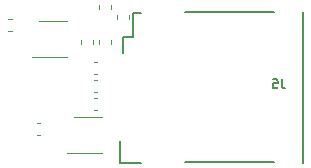
<source format=gbr>
G04 #@! TF.GenerationSoftware,KiCad,Pcbnew,(5.1.5)-3*
G04 #@! TF.CreationDate,2019-12-24T16:56:49-08:00*
G04 #@! TF.ProjectId,NBIoT Wing,4e42496f-5420-4576-996e-672e6b696361,rev?*
G04 #@! TF.SameCoordinates,Original*
G04 #@! TF.FileFunction,Legend,Bot*
G04 #@! TF.FilePolarity,Positive*
%FSLAX46Y46*%
G04 Gerber Fmt 4.6, Leading zero omitted, Abs format (unit mm)*
G04 Created by KiCad (PCBNEW (5.1.5)-3) date 2019-12-24 16:56:49*
%MOMM*%
%LPD*%
G04 APERTURE LIST*
%ADD10C,0.200000*%
%ADD11C,0.120000*%
%ADD12C,0.177800*%
G04 APERTURE END LIST*
D10*
X177666000Y-106690000D02*
X170136000Y-106690000D01*
X177666000Y-94010000D02*
X170136000Y-94010000D01*
X166366000Y-94030000D02*
X165693986Y-94030000D01*
X166366000Y-106740000D02*
X164656000Y-106740000D01*
X164656000Y-104930000D02*
X164656000Y-106740000D01*
X164916000Y-96085034D02*
X164916000Y-97460000D01*
X180106000Y-106740000D02*
X180106000Y-94010000D01*
X165693986Y-96085034D02*
X165693986Y-94030000D01*
X164916000Y-96085034D02*
X165693986Y-96085034D01*
D11*
X157740500Y-94716000D02*
X160140500Y-94716000D01*
X160140500Y-97816000D02*
X157190500Y-97816000D01*
X162722779Y-98232500D02*
X162397221Y-98232500D01*
X162722779Y-99252500D02*
X162397221Y-99252500D01*
X162722779Y-100713000D02*
X162397221Y-100713000D01*
X162722779Y-99693000D02*
X162397221Y-99693000D01*
X165356000Y-94523779D02*
X165356000Y-94198221D01*
X164336000Y-94523779D02*
X164336000Y-94198221D01*
X162722779Y-102237000D02*
X162397221Y-102237000D01*
X162722779Y-101217000D02*
X162397221Y-101217000D01*
X155158221Y-95569500D02*
X155483779Y-95569500D01*
X155158221Y-94549500D02*
X155483779Y-94549500D01*
X163125000Y-105944000D02*
X160175000Y-105944000D01*
X160725000Y-102844000D02*
X163125000Y-102844000D01*
X157896779Y-104396000D02*
X157571221Y-104396000D01*
X157896779Y-103376000D02*
X157571221Y-103376000D01*
X163832000Y-93698279D02*
X163832000Y-93372721D01*
X162812000Y-93698279D02*
X162812000Y-93372721D01*
X163832000Y-96682779D02*
X163832000Y-96357221D01*
X162812000Y-96682779D02*
X162812000Y-96357221D01*
X161288000Y-96682779D02*
X161288000Y-96357221D01*
X162308000Y-96682779D02*
X162308000Y-96357221D01*
D12*
X178308000Y-99658714D02*
X178308000Y-100203000D01*
X178344285Y-100311857D01*
X178416857Y-100384428D01*
X178525714Y-100420714D01*
X178598285Y-100420714D01*
X177582285Y-99658714D02*
X177945142Y-99658714D01*
X177981428Y-100021571D01*
X177945142Y-99985285D01*
X177872571Y-99949000D01*
X177691142Y-99949000D01*
X177618571Y-99985285D01*
X177582285Y-100021571D01*
X177546000Y-100094142D01*
X177546000Y-100275571D01*
X177582285Y-100348142D01*
X177618571Y-100384428D01*
X177691142Y-100420714D01*
X177872571Y-100420714D01*
X177945142Y-100384428D01*
X177981428Y-100348142D01*
M02*

</source>
